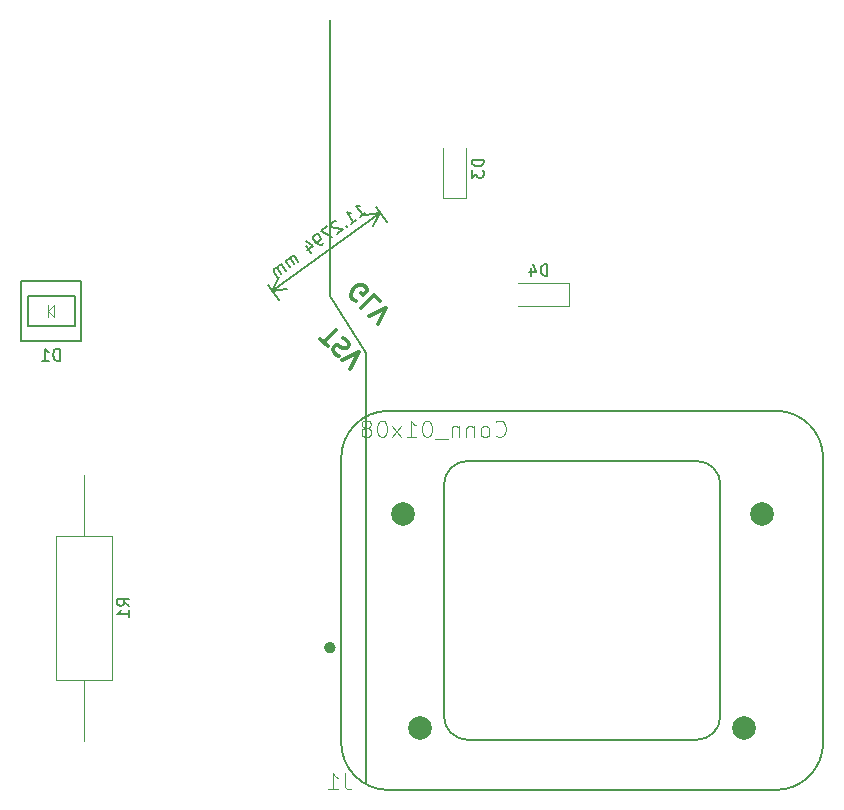
<source format=gbr>
%TF.GenerationSoftware,KiCad,Pcbnew,(6.0.1)*%
%TF.CreationDate,2022-02-14T12:04:18-05:00*%
%TF.ProjectId,pacman,7061636d-616e-42e6-9b69-6361645f7063,rev?*%
%TF.SameCoordinates,Original*%
%TF.FileFunction,Legend,Bot*%
%TF.FilePolarity,Positive*%
%FSLAX46Y46*%
G04 Gerber Fmt 4.6, Leading zero omitted, Abs format (unit mm)*
G04 Created by KiCad (PCBNEW (6.0.1)) date 2022-02-14 12:04:18*
%MOMM*%
%LPD*%
G01*
G04 APERTURE LIST*
%ADD10C,0.150000*%
%ADD11C,0.300000*%
%ADD12C,0.050000*%
%ADD13C,0.120000*%
%ADD14C,0.127000*%
%ADD15C,0.500000*%
%ADD16C,0.180000*%
%ADD17C,0.100000*%
%ADD18C,2.000000*%
G04 APERTURE END LIST*
D10*
X161544000Y-73152000D02*
X161544000Y-49784000D01*
X164592000Y-77978000D02*
X164592000Y-114300000D01*
X164592000Y-77978000D02*
X161544000Y-73152000D01*
D11*
X163709578Y-73584238D02*
X163558055Y-73533730D01*
X163406532Y-73382208D01*
X163305517Y-73180177D01*
X163305517Y-72978147D01*
X163356024Y-72826624D01*
X163507547Y-72574086D01*
X163659070Y-72422563D01*
X163911608Y-72271040D01*
X164063131Y-72220532D01*
X164265162Y-72220532D01*
X164467192Y-72321547D01*
X164568208Y-72422563D01*
X164669223Y-72624593D01*
X164669223Y-72725608D01*
X164315669Y-73079162D01*
X164113639Y-72877131D01*
X165729883Y-73584238D02*
X165224807Y-73079162D01*
X164164147Y-74139822D01*
X164871253Y-74846929D02*
X166285467Y-74139822D01*
X165578360Y-75554036D01*
X160716471Y-76788147D02*
X161322563Y-77394238D01*
X162080177Y-76030532D02*
X161019517Y-77091192D01*
X162635761Y-76687131D02*
X162837791Y-76788147D01*
X163090330Y-77040685D01*
X163140837Y-77192208D01*
X163140837Y-77293223D01*
X163090330Y-77444746D01*
X162989314Y-77545761D01*
X162837791Y-77596269D01*
X162736776Y-77596269D01*
X162585253Y-77545761D01*
X162332715Y-77394238D01*
X162181192Y-77343730D01*
X162080177Y-77343730D01*
X161928654Y-77394238D01*
X161827639Y-77495253D01*
X161777131Y-77646776D01*
X161777131Y-77747791D01*
X161827639Y-77899314D01*
X162080177Y-78151852D01*
X162282208Y-78252868D01*
X162534746Y-78606421D02*
X163948959Y-77899314D01*
X163241852Y-79313528D01*
D10*
X164059343Y-66478188D02*
X164522588Y-66143622D01*
X164290966Y-66310905D02*
X163705475Y-65500225D01*
X163866324Y-65560276D01*
X163999293Y-65581722D01*
X164104381Y-65564565D01*
X163287268Y-67035798D02*
X163750513Y-66701232D01*
X163518890Y-66868515D02*
X162933400Y-66057835D01*
X163094249Y-66117886D01*
X163227217Y-66139332D01*
X163332305Y-66122175D01*
X162884073Y-67209515D02*
X162873349Y-67275999D01*
X162939834Y-67286722D01*
X162950557Y-67220238D01*
X162884073Y-67209515D01*
X162939834Y-67286722D01*
X162062670Y-66804175D02*
X161996186Y-66793452D01*
X161891098Y-66810609D01*
X161698079Y-66950012D01*
X161648752Y-67044376D01*
X161638029Y-67110861D01*
X161655186Y-67215949D01*
X161710947Y-67293156D01*
X161833192Y-67381087D01*
X162631003Y-67509766D01*
X162129154Y-67872213D01*
X161273437Y-67256697D02*
X160732985Y-67647024D01*
X161665909Y-68206779D01*
X160971041Y-68708628D02*
X160816626Y-68820150D01*
X160711538Y-68837307D01*
X160645054Y-68826584D01*
X160484205Y-68766533D01*
X160334079Y-68639999D01*
X160111035Y-68331169D01*
X160093878Y-68226081D01*
X160104601Y-68159596D01*
X160153928Y-68065232D01*
X160308343Y-67953710D01*
X160413431Y-67936552D01*
X160479915Y-67947276D01*
X160574280Y-67996603D01*
X160713683Y-68189622D01*
X160730840Y-68294710D01*
X160720117Y-68361194D01*
X160670790Y-68455559D01*
X160516374Y-68567081D01*
X160411286Y-68584238D01*
X160344802Y-68573515D01*
X160250437Y-68524188D01*
X159499808Y-68948829D02*
X159890136Y-69489282D01*
X159469783Y-68500596D02*
X160081010Y-68940250D01*
X159579161Y-69302697D01*
X158847834Y-70242055D02*
X158457507Y-69701603D01*
X158513268Y-69778810D02*
X158446783Y-69768087D01*
X158341695Y-69785244D01*
X158225884Y-69868886D01*
X158176557Y-69963250D01*
X158193714Y-70068338D01*
X158500400Y-70492980D01*
X158193714Y-70068338D02*
X158099349Y-70019011D01*
X157994261Y-70036169D01*
X157878450Y-70119810D01*
X157829123Y-70214175D01*
X157846280Y-70319263D01*
X158152966Y-70743905D01*
X157766928Y-71022710D02*
X157376601Y-70482257D01*
X157432362Y-70559464D02*
X157365878Y-70548741D01*
X157260790Y-70565898D01*
X157144978Y-70649540D01*
X157095651Y-70743905D01*
X157112809Y-70848993D01*
X157419494Y-71273634D01*
X157112809Y-70848993D02*
X157018444Y-70799666D01*
X156913356Y-70816823D01*
X156797544Y-70900464D01*
X156748217Y-70994829D01*
X156765375Y-71099917D01*
X157072060Y-71524559D01*
X157187255Y-73508660D02*
X156271129Y-72240177D01*
X166331255Y-66904660D02*
X165415129Y-65636177D01*
X156614472Y-72715576D02*
X165758472Y-66111576D01*
X156614472Y-72715576D02*
X165758472Y-66111576D01*
X156614472Y-72715576D02*
X157871049Y-72531418D01*
X156614472Y-72715576D02*
X157184361Y-71580620D01*
X165758472Y-66111576D02*
X164501895Y-66295734D01*
X165758472Y-66111576D02*
X165188583Y-67246532D01*
%TO.C,D3*%
X174537380Y-61611904D02*
X173537380Y-61611904D01*
X173537380Y-61850000D01*
X173585000Y-61992857D01*
X173680238Y-62088095D01*
X173775476Y-62135714D01*
X173965952Y-62183333D01*
X174108809Y-62183333D01*
X174299285Y-62135714D01*
X174394523Y-62088095D01*
X174489761Y-61992857D01*
X174537380Y-61850000D01*
X174537380Y-61611904D01*
X173537380Y-62516666D02*
X173537380Y-63135714D01*
X173918333Y-62802380D01*
X173918333Y-62945238D01*
X173965952Y-63040476D01*
X174013571Y-63088095D01*
X174108809Y-63135714D01*
X174346904Y-63135714D01*
X174442142Y-63088095D01*
X174489761Y-63040476D01*
X174537380Y-62945238D01*
X174537380Y-62659523D01*
X174489761Y-62564285D01*
X174442142Y-62516666D01*
%TO.C,D4*%
X179940595Y-71472880D02*
X179940595Y-70472880D01*
X179702500Y-70472880D01*
X179559642Y-70520500D01*
X179464404Y-70615738D01*
X179416785Y-70710976D01*
X179369166Y-70901452D01*
X179369166Y-71044309D01*
X179416785Y-71234785D01*
X179464404Y-71330023D01*
X179559642Y-71425261D01*
X179702500Y-71472880D01*
X179940595Y-71472880D01*
X178512023Y-70806214D02*
X178512023Y-71472880D01*
X178750119Y-70425261D02*
X178988214Y-71139547D01*
X178369166Y-71139547D01*
D12*
%TO.C,J1*%
X162772913Y-113532928D02*
X162772913Y-114533456D01*
X162839615Y-114733562D01*
X162973019Y-114866966D01*
X163173124Y-114933668D01*
X163306528Y-114933668D01*
X161372173Y-114933668D02*
X162172596Y-114933668D01*
X161772384Y-114933668D02*
X161772384Y-113532928D01*
X161905788Y-113733033D01*
X162039192Y-113866437D01*
X162172596Y-113933139D01*
X175553134Y-84984853D02*
X175619847Y-85051567D01*
X175819989Y-85118281D01*
X175953416Y-85118281D01*
X176153558Y-85051567D01*
X176286985Y-84918139D01*
X176353699Y-84784712D01*
X176420413Y-84517856D01*
X176420413Y-84317715D01*
X176353699Y-84050860D01*
X176286985Y-83917432D01*
X176153558Y-83784005D01*
X175953416Y-83717291D01*
X175819989Y-83717291D01*
X175619847Y-83784005D01*
X175553134Y-83850718D01*
X174752568Y-85118281D02*
X174885995Y-85051567D01*
X174952709Y-84984853D01*
X175019423Y-84851425D01*
X175019423Y-84451143D01*
X174952709Y-84317715D01*
X174885995Y-84251001D01*
X174752568Y-84184287D01*
X174552426Y-84184287D01*
X174418999Y-84251001D01*
X174352285Y-84317715D01*
X174285571Y-84451143D01*
X174285571Y-84851425D01*
X174352285Y-84984853D01*
X174418999Y-85051567D01*
X174552426Y-85118281D01*
X174752568Y-85118281D01*
X173685147Y-84184287D02*
X173685147Y-85118281D01*
X173685147Y-84317715D02*
X173618433Y-84251001D01*
X173485005Y-84184287D01*
X173284864Y-84184287D01*
X173151436Y-84251001D01*
X173084723Y-84384429D01*
X173084723Y-85118281D01*
X172417585Y-84184287D02*
X172417585Y-85118281D01*
X172417585Y-84317715D02*
X172350871Y-84251001D01*
X172217443Y-84184287D01*
X172017302Y-84184287D01*
X171883874Y-84251001D01*
X171817160Y-84384429D01*
X171817160Y-85118281D01*
X171483591Y-85251708D02*
X170416170Y-85251708D01*
X169815746Y-83717291D02*
X169682318Y-83717291D01*
X169548891Y-83784005D01*
X169482177Y-83850718D01*
X169415463Y-83984146D01*
X169348749Y-84251001D01*
X169348749Y-84584570D01*
X169415463Y-84851425D01*
X169482177Y-84984853D01*
X169548891Y-85051567D01*
X169682318Y-85118281D01*
X169815746Y-85118281D01*
X169949174Y-85051567D01*
X170015887Y-84984853D01*
X170082601Y-84851425D01*
X170149315Y-84584570D01*
X170149315Y-84251001D01*
X170082601Y-83984146D01*
X170015887Y-83850718D01*
X169949174Y-83784005D01*
X169815746Y-83717291D01*
X168014473Y-85118281D02*
X168815039Y-85118281D01*
X168414756Y-85118281D02*
X168414756Y-83717291D01*
X168548184Y-83917432D01*
X168681611Y-84050860D01*
X168815039Y-84117574D01*
X167547476Y-85118281D02*
X166813625Y-84184287D01*
X167547476Y-84184287D02*
X166813625Y-85118281D01*
X166013059Y-83717291D02*
X165879631Y-83717291D01*
X165746204Y-83784005D01*
X165679490Y-83850718D01*
X165612776Y-83984146D01*
X165546062Y-84251001D01*
X165546062Y-84584570D01*
X165612776Y-84851425D01*
X165679490Y-84984853D01*
X165746204Y-85051567D01*
X165879631Y-85118281D01*
X166013059Y-85118281D01*
X166146486Y-85051567D01*
X166213200Y-84984853D01*
X166279914Y-84851425D01*
X166346628Y-84584570D01*
X166346628Y-84251001D01*
X166279914Y-83984146D01*
X166213200Y-83850718D01*
X166146486Y-83784005D01*
X166013059Y-83717291D01*
X164745496Y-84317715D02*
X164878924Y-84251001D01*
X164945638Y-84184287D01*
X165012352Y-84050860D01*
X165012352Y-83984146D01*
X164945638Y-83850718D01*
X164878924Y-83784005D01*
X164745496Y-83717291D01*
X164478641Y-83717291D01*
X164345214Y-83784005D01*
X164278500Y-83850718D01*
X164211786Y-83984146D01*
X164211786Y-84050860D01*
X164278500Y-84184287D01*
X164345214Y-84251001D01*
X164478641Y-84317715D01*
X164745496Y-84317715D01*
X164878924Y-84384429D01*
X164945638Y-84451143D01*
X165012352Y-84584570D01*
X165012352Y-84851425D01*
X164945638Y-84984853D01*
X164878924Y-85051567D01*
X164745496Y-85118281D01*
X164478641Y-85118281D01*
X164345214Y-85051567D01*
X164278500Y-84984853D01*
X164211786Y-84851425D01*
X164211786Y-84584570D01*
X164278500Y-84451143D01*
X164345214Y-84384429D01*
X164478641Y-84317715D01*
D10*
%TO.C,R1*%
X144538380Y-99401333D02*
X144062190Y-99068000D01*
X144538380Y-98829904D02*
X143538380Y-98829904D01*
X143538380Y-99210857D01*
X143586000Y-99306095D01*
X143633619Y-99353714D01*
X143728857Y-99401333D01*
X143871714Y-99401333D01*
X143966952Y-99353714D01*
X144014571Y-99306095D01*
X144062190Y-99210857D01*
X144062190Y-98829904D01*
X144538380Y-100353714D02*
X144538380Y-99782285D01*
X144538380Y-100068000D02*
X143538380Y-100068000D01*
X143681238Y-99972761D01*
X143776476Y-99877523D01*
X143824095Y-99782285D01*
%TO.C,D1*%
X138660095Y-78624380D02*
X138660095Y-77624380D01*
X138422000Y-77624380D01*
X138279142Y-77672000D01*
X138183904Y-77767238D01*
X138136285Y-77862476D01*
X138088666Y-78052952D01*
X138088666Y-78195809D01*
X138136285Y-78386285D01*
X138183904Y-78481523D01*
X138279142Y-78576761D01*
X138422000Y-78624380D01*
X138660095Y-78624380D01*
X137136285Y-78624380D02*
X137707714Y-78624380D01*
X137422000Y-78624380D02*
X137422000Y-77624380D01*
X137517238Y-77767238D01*
X137612476Y-77862476D01*
X137707714Y-77910095D01*
D13*
%TO.C,D3*%
X171085000Y-64900000D02*
X171085000Y-60600000D01*
X173085000Y-60600000D02*
X173085000Y-64900000D01*
X173085000Y-64900000D02*
X171085000Y-64900000D01*
%TO.C,D4*%
X181752500Y-72020500D02*
X181752500Y-74020500D01*
X177452500Y-72020500D02*
X181752500Y-72020500D01*
X181752500Y-74020500D02*
X177452500Y-74020500D01*
D14*
%TO.C,J1*%
X194580000Y-108733000D02*
X194580000Y-89133000D01*
X199280000Y-114983000D02*
X166480000Y-114983000D01*
X192580000Y-87133000D02*
X173180000Y-87133000D01*
X166480000Y-82883000D02*
X199280000Y-82883000D01*
X162480000Y-110983000D02*
X162480000Y-86883000D01*
X203280000Y-86883000D02*
X203280000Y-110983000D01*
X173180000Y-110733000D02*
X192580000Y-110733000D01*
X171180000Y-89133000D02*
X171180000Y-108733000D01*
X173180000Y-87133000D02*
G75*
G03*
X171180000Y-89133000I-1J-1999999D01*
G01*
X166480000Y-82883000D02*
G75*
G03*
X162480000Y-86883000I0J-4000000D01*
G01*
X203280000Y-86883000D02*
G75*
G03*
X199280000Y-82883000I-4000000J0D01*
G01*
X194580000Y-89133000D02*
G75*
G03*
X192580000Y-87133000I-1999999J1D01*
G01*
X192580000Y-110733000D02*
G75*
G03*
X194580000Y-108733000I1J1999999D01*
G01*
X199280000Y-114983000D02*
G75*
G03*
X203280000Y-110983000I0J4000000D01*
G01*
X171180000Y-108733000D02*
G75*
G03*
X173180000Y-110733000I1999999J-1D01*
G01*
X162480000Y-110983000D02*
G75*
G03*
X166480000Y-114983000I4000000J0D01*
G01*
D15*
X161765000Y-102933000D02*
G75*
G03*
X161765000Y-102933000I-250000J0D01*
G01*
D13*
%TO.C,R1*%
X138346000Y-93498000D02*
X143086000Y-93498000D01*
X143086000Y-105638000D02*
X138346000Y-105638000D01*
X140716000Y-110828000D02*
X140716000Y-105638000D01*
X143086000Y-93498000D02*
X143086000Y-105638000D01*
X138346000Y-105638000D02*
X138346000Y-93498000D01*
X140716000Y-88308000D02*
X140716000Y-93498000D01*
D16*
%TO.C,D1*%
X135922000Y-73172000D02*
X135922000Y-75672000D01*
X139922000Y-73172000D02*
X135922000Y-73172000D01*
X135922000Y-75672000D02*
X139922000Y-75672000D01*
X140462000Y-76962000D02*
X140462000Y-71882000D01*
D17*
X137672000Y-74422000D02*
X138172000Y-74922000D01*
D16*
X135382000Y-71882000D02*
X135382000Y-76962000D01*
X140462000Y-71882000D02*
X135382000Y-71882000D01*
D17*
X138172000Y-74922000D02*
X138172000Y-73922000D01*
X137672000Y-74922000D02*
X137672000Y-73922000D01*
X138172000Y-73922000D02*
X137672000Y-74422000D01*
D16*
X139922000Y-75672000D02*
X139922000Y-73172000D01*
X135382000Y-76962000D02*
X140462000Y-76962000D01*
%TD*%
D18*
%TO.C,J1*%
X196580000Y-109733000D03*
X167680000Y-91633000D03*
X198080000Y-91633000D03*
X169180000Y-109733000D03*
%TD*%
M02*

</source>
